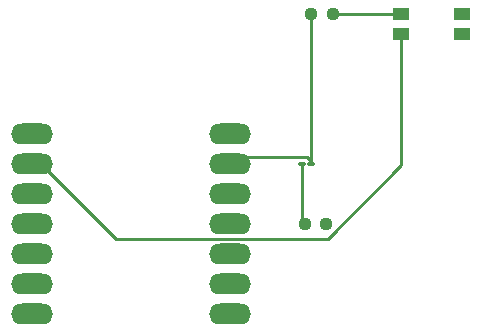
<source format=gbr>
%TF.GenerationSoftware,KiCad,Pcbnew,7.0.10*%
%TF.CreationDate,2024-01-17T15:43:09-08:00*%
%TF.ProjectId,test-1,74657374-2d31-42e6-9b69-6361645f7063,rev?*%
%TF.SameCoordinates,Original*%
%TF.FileFunction,Copper,L2,Bot*%
%TF.FilePolarity,Positive*%
%FSLAX46Y46*%
G04 Gerber Fmt 4.6, Leading zero omitted, Abs format (unit mm)*
G04 Created by KiCad (PCBNEW 7.0.10) date 2024-01-17 15:43:09*
%MOMM*%
%LPD*%
G01*
G04 APERTURE LIST*
G04 Aperture macros list*
%AMRoundRect*
0 Rectangle with rounded corners*
0 $1 Rounding radius*
0 $2 $3 $4 $5 $6 $7 $8 $9 X,Y pos of 4 corners*
0 Add a 4 corners polygon primitive as box body*
4,1,4,$2,$3,$4,$5,$6,$7,$8,$9,$2,$3,0*
0 Add four circle primitives for the rounded corners*
1,1,$1+$1,$2,$3*
1,1,$1+$1,$4,$5*
1,1,$1+$1,$6,$7*
1,1,$1+$1,$8,$9*
0 Add four rect primitives between the rounded corners*
20,1,$1+$1,$2,$3,$4,$5,0*
20,1,$1+$1,$4,$5,$6,$7,0*
20,1,$1+$1,$6,$7,$8,$9,0*
20,1,$1+$1,$8,$9,$2,$3,0*%
G04 Aperture macros list end*
%TA.AperFunction,ComponentPad*%
%ADD10O,3.556000X1.778000*%
%TD*%
%TA.AperFunction,SMDPad,CuDef*%
%ADD11RoundRect,0.237500X0.250000X0.237500X-0.250000X0.237500X-0.250000X-0.237500X0.250000X-0.237500X0*%
%TD*%
%TA.AperFunction,SMDPad,CuDef*%
%ADD12RoundRect,0.100000X0.217500X0.100000X-0.217500X0.100000X-0.217500X-0.100000X0.217500X-0.100000X0*%
%TD*%
%TA.AperFunction,SMDPad,CuDef*%
%ADD13R,1.450000X1.000000*%
%TD*%
%TA.AperFunction,Conductor*%
%ADD14C,0.254000*%
%TD*%
G04 APERTURE END LIST*
D10*
%TO.P,U1,1,GPIO1_A0_D0*%
%TO.N,unconnected-(U1-GPIO1_A0_D0-Pad1)*%
X65278000Y-45720000D03*
%TO.P,U1,2,GPIO2_A1_D1*%
%TO.N,Net-(SW1-B)*%
X65278000Y-48260000D03*
%TO.P,U1,3,GPIO3_A2_D2*%
%TO.N,unconnected-(U1-GPIO3_A2_D2-Pad3)*%
X65278000Y-50800000D03*
%TO.P,U1,4,GPIO4_A3_D3*%
%TO.N,unconnected-(U1-GPIO4_A3_D3-Pad4)*%
X65278000Y-53340000D03*
%TO.P,U1,5,GPIO4_A3_D3_SDA*%
%TO.N,unconnected-(U1-GPIO4_A3_D3_SDA-Pad5)*%
X65278000Y-55880000D03*
%TO.P,U1,6,GPIO6_A5_D5_SCL*%
%TO.N,unconnected-(U1-GPIO6_A5_D5_SCL-Pad6)*%
X65278000Y-58420000D03*
%TO.P,U1,7,GPIO43_TX_D6*%
%TO.N,unconnected-(U1-GPIO43_TX_D6-Pad7)*%
X65278000Y-60960000D03*
%TO.P,U1,8,5V*%
%TO.N,unconnected-(U1-5V-Pad8)*%
X82042000Y-45720000D03*
%TO.P,U1,9,GND*%
%TO.N,GND*%
X82042000Y-48260000D03*
%TO.P,U1,10,3V3*%
%TO.N,unconnected-(U1-3V3-Pad10)*%
X82042000Y-50800000D03*
%TO.P,U1,11,GPIO9_A10_D10_COPI*%
%TO.N,Net-(U1-GPIO9_A10_D10_COPI)*%
X82042000Y-53340000D03*
%TO.P,U1,12,GPIO8_A9_D9_CIPO*%
%TO.N,unconnected-(U1-GPIO8_A9_D9_CIPO-Pad12)*%
X82042000Y-55880000D03*
%TO.P,U1,13,GPIO7_A8_D8_SCK*%
%TO.N,unconnected-(U1-GPIO7_A8_D8_SCK-Pad13)*%
X82042000Y-58420000D03*
%TO.P,U1,14,GPIO44_D7_RX*%
%TO.N,unconnected-(U1-GPIO44_D7_RX-Pad14)*%
X82042000Y-60960000D03*
%TD*%
D11*
%TO.P,R1,1*%
%TO.N,Net-(U1-GPIO9_A10_D10_COPI)*%
X90170000Y-53340000D03*
%TO.P,R1,2*%
%TO.N,Net-(D1-A)*%
X88345000Y-53340000D03*
%TD*%
D12*
%TO.P,D1,1,K*%
%TO.N,GND*%
X88875000Y-48260000D03*
%TO.P,D1,2,A*%
%TO.N,Net-(D1-A)*%
X88060000Y-48260000D03*
%TD*%
D13*
%TO.P,SW1,1,A*%
%TO.N,Net-(SW1-A)*%
X101670000Y-35560000D03*
X96520000Y-35560000D03*
%TO.P,SW1,2,B*%
%TO.N,Net-(SW1-B)*%
X101670000Y-37260000D03*
X96520000Y-37260000D03*
%TD*%
D11*
%TO.P,R2,1*%
%TO.N,Net-(SW1-A)*%
X90725000Y-35560000D03*
%TO.P,R2,2*%
%TO.N,GND*%
X88900000Y-35560000D03*
%TD*%
D14*
%TO.N,GND*%
X88900000Y-48235000D02*
X88875000Y-48260000D01*
X88875000Y-48260000D02*
X88875000Y-48060001D01*
X88493999Y-47679000D02*
X81861000Y-47679000D01*
X88875000Y-48060001D02*
X88493999Y-47679000D01*
X88900000Y-35560000D02*
X88900000Y-48235000D01*
X81861000Y-47679000D02*
X81280000Y-48260000D01*
%TO.N,Net-(D1-A)*%
X88060000Y-53055000D02*
X88345000Y-53340000D01*
X88060000Y-48260000D02*
X88060000Y-53055000D01*
%TO.N,Net-(SW1-A)*%
X96520000Y-35560000D02*
X90725000Y-35560000D01*
%TO.N,Net-(SW1-B)*%
X96520000Y-37260000D02*
X96520000Y-48358772D01*
X96520000Y-48358772D02*
X90268772Y-54610000D01*
X72390000Y-54610000D02*
X66040000Y-48260000D01*
X90268772Y-54610000D02*
X72390000Y-54610000D01*
%TD*%
M02*

</source>
